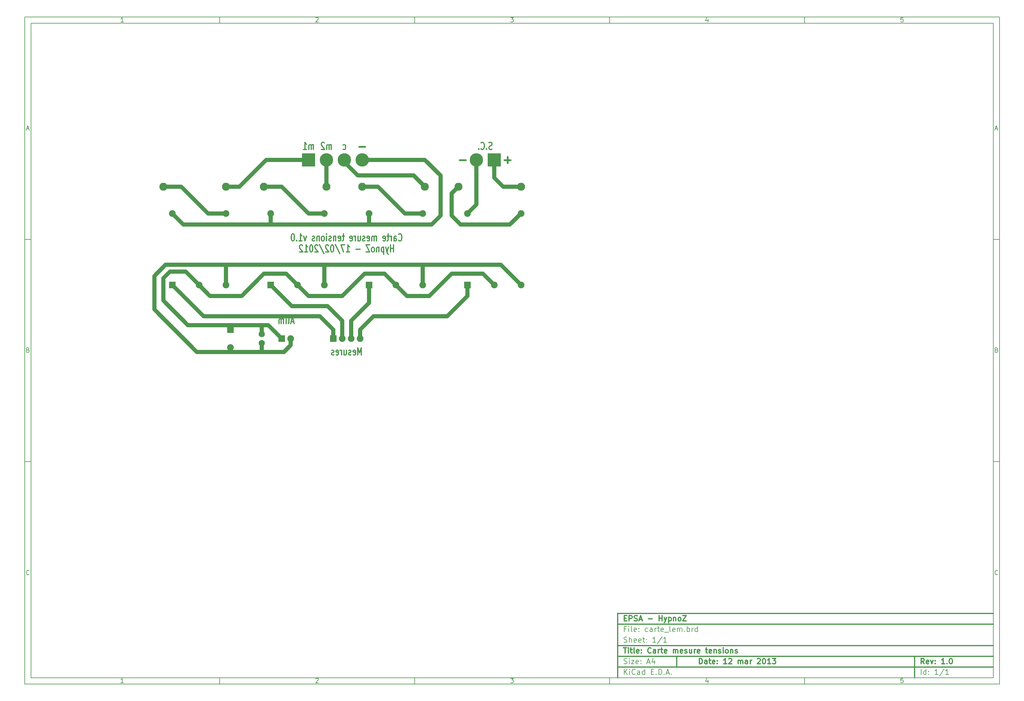
<source format=gbl>
G04 (created by PCBNEW-RS274X (2012-01-19 BZR 3256)-stable) date 12/03/2013 15:31:54*
G01*
G70*
G90*
%MOIN*%
G04 Gerber Fmt 3.4, Leading zero omitted, Abs format*
%FSLAX34Y34*%
G04 APERTURE LIST*
%ADD10C,0.006000*%
%ADD11C,0.012000*%
%ADD12C,0.020000*%
%ADD13R,0.075000X0.075000*%
%ADD14C,0.075000*%
%ADD15C,0.070000*%
%ADD16R,0.150000X0.150000*%
%ADD17C,0.150000*%
%ADD18C,0.090000*%
%ADD19C,0.045000*%
G04 APERTURE END LIST*
G54D10*
X04000Y-04000D02*
X113000Y-04000D01*
X113000Y-78670D01*
X04000Y-78670D01*
X04000Y-04000D01*
X04700Y-04700D02*
X112300Y-04700D01*
X112300Y-77970D01*
X04700Y-77970D01*
X04700Y-04700D01*
X25800Y-04000D02*
X25800Y-04700D01*
X15043Y-04552D02*
X14757Y-04552D01*
X14900Y-04552D02*
X14900Y-04052D01*
X14852Y-04124D01*
X14805Y-04171D01*
X14757Y-04195D01*
X25800Y-78670D02*
X25800Y-77970D01*
X15043Y-78522D02*
X14757Y-78522D01*
X14900Y-78522D02*
X14900Y-78022D01*
X14852Y-78094D01*
X14805Y-78141D01*
X14757Y-78165D01*
X47600Y-04000D02*
X47600Y-04700D01*
X36557Y-04100D02*
X36581Y-04076D01*
X36629Y-04052D01*
X36748Y-04052D01*
X36795Y-04076D01*
X36819Y-04100D01*
X36843Y-04148D01*
X36843Y-04195D01*
X36819Y-04267D01*
X36533Y-04552D01*
X36843Y-04552D01*
X47600Y-78670D02*
X47600Y-77970D01*
X36557Y-78070D02*
X36581Y-78046D01*
X36629Y-78022D01*
X36748Y-78022D01*
X36795Y-78046D01*
X36819Y-78070D01*
X36843Y-78118D01*
X36843Y-78165D01*
X36819Y-78237D01*
X36533Y-78522D01*
X36843Y-78522D01*
X69400Y-04000D02*
X69400Y-04700D01*
X58333Y-04052D02*
X58643Y-04052D01*
X58476Y-04243D01*
X58548Y-04243D01*
X58595Y-04267D01*
X58619Y-04290D01*
X58643Y-04338D01*
X58643Y-04457D01*
X58619Y-04505D01*
X58595Y-04529D01*
X58548Y-04552D01*
X58405Y-04552D01*
X58357Y-04529D01*
X58333Y-04505D01*
X69400Y-78670D02*
X69400Y-77970D01*
X58333Y-78022D02*
X58643Y-78022D01*
X58476Y-78213D01*
X58548Y-78213D01*
X58595Y-78237D01*
X58619Y-78260D01*
X58643Y-78308D01*
X58643Y-78427D01*
X58619Y-78475D01*
X58595Y-78499D01*
X58548Y-78522D01*
X58405Y-78522D01*
X58357Y-78499D01*
X58333Y-78475D01*
X91200Y-04000D02*
X91200Y-04700D01*
X80395Y-04219D02*
X80395Y-04552D01*
X80276Y-04029D02*
X80157Y-04386D01*
X80467Y-04386D01*
X91200Y-78670D02*
X91200Y-77970D01*
X80395Y-78189D02*
X80395Y-78522D01*
X80276Y-77999D02*
X80157Y-78356D01*
X80467Y-78356D01*
X102219Y-04052D02*
X101981Y-04052D01*
X101957Y-04290D01*
X101981Y-04267D01*
X102029Y-04243D01*
X102148Y-04243D01*
X102195Y-04267D01*
X102219Y-04290D01*
X102243Y-04338D01*
X102243Y-04457D01*
X102219Y-04505D01*
X102195Y-04529D01*
X102148Y-04552D01*
X102029Y-04552D01*
X101981Y-04529D01*
X101957Y-04505D01*
X102219Y-78022D02*
X101981Y-78022D01*
X101957Y-78260D01*
X101981Y-78237D01*
X102029Y-78213D01*
X102148Y-78213D01*
X102195Y-78237D01*
X102219Y-78260D01*
X102243Y-78308D01*
X102243Y-78427D01*
X102219Y-78475D01*
X102195Y-78499D01*
X102148Y-78522D01*
X102029Y-78522D01*
X101981Y-78499D01*
X101957Y-78475D01*
X04000Y-28890D02*
X04700Y-28890D01*
X04231Y-16510D02*
X04469Y-16510D01*
X04184Y-16652D02*
X04350Y-16152D01*
X04517Y-16652D01*
X113000Y-28890D02*
X112300Y-28890D01*
X112531Y-16510D02*
X112769Y-16510D01*
X112484Y-16652D02*
X112650Y-16152D01*
X112817Y-16652D01*
X04000Y-53780D02*
X04700Y-53780D01*
X04386Y-41280D02*
X04457Y-41304D01*
X04481Y-41328D01*
X04505Y-41376D01*
X04505Y-41447D01*
X04481Y-41495D01*
X04457Y-41519D01*
X04410Y-41542D01*
X04219Y-41542D01*
X04219Y-41042D01*
X04386Y-41042D01*
X04433Y-41066D01*
X04457Y-41090D01*
X04481Y-41138D01*
X04481Y-41185D01*
X04457Y-41233D01*
X04433Y-41257D01*
X04386Y-41280D01*
X04219Y-41280D01*
X113000Y-53780D02*
X112300Y-53780D01*
X112686Y-41280D02*
X112757Y-41304D01*
X112781Y-41328D01*
X112805Y-41376D01*
X112805Y-41447D01*
X112781Y-41495D01*
X112757Y-41519D01*
X112710Y-41542D01*
X112519Y-41542D01*
X112519Y-41042D01*
X112686Y-41042D01*
X112733Y-41066D01*
X112757Y-41090D01*
X112781Y-41138D01*
X112781Y-41185D01*
X112757Y-41233D01*
X112733Y-41257D01*
X112686Y-41280D01*
X112519Y-41280D01*
X04505Y-66385D02*
X04481Y-66409D01*
X04410Y-66432D01*
X04362Y-66432D01*
X04290Y-66409D01*
X04243Y-66361D01*
X04219Y-66313D01*
X04195Y-66218D01*
X04195Y-66147D01*
X04219Y-66051D01*
X04243Y-66004D01*
X04290Y-65956D01*
X04362Y-65932D01*
X04410Y-65932D01*
X04481Y-65956D01*
X04505Y-65980D01*
X112805Y-66385D02*
X112781Y-66409D01*
X112710Y-66432D01*
X112662Y-66432D01*
X112590Y-66409D01*
X112543Y-66361D01*
X112519Y-66313D01*
X112495Y-66218D01*
X112495Y-66147D01*
X112519Y-66051D01*
X112543Y-66004D01*
X112590Y-65956D01*
X112662Y-65932D01*
X112710Y-65932D01*
X112781Y-65956D01*
X112805Y-65980D01*
G54D11*
X79443Y-76413D02*
X79443Y-75813D01*
X79586Y-75813D01*
X79671Y-75841D01*
X79729Y-75899D01*
X79757Y-75956D01*
X79786Y-76070D01*
X79786Y-76156D01*
X79757Y-76270D01*
X79729Y-76327D01*
X79671Y-76384D01*
X79586Y-76413D01*
X79443Y-76413D01*
X80300Y-76413D02*
X80300Y-76099D01*
X80271Y-76041D01*
X80214Y-76013D01*
X80100Y-76013D01*
X80043Y-76041D01*
X80300Y-76384D02*
X80243Y-76413D01*
X80100Y-76413D01*
X80043Y-76384D01*
X80014Y-76327D01*
X80014Y-76270D01*
X80043Y-76213D01*
X80100Y-76184D01*
X80243Y-76184D01*
X80300Y-76156D01*
X80500Y-76013D02*
X80729Y-76013D01*
X80586Y-75813D02*
X80586Y-76327D01*
X80614Y-76384D01*
X80672Y-76413D01*
X80729Y-76413D01*
X81157Y-76384D02*
X81100Y-76413D01*
X80986Y-76413D01*
X80929Y-76384D01*
X80900Y-76327D01*
X80900Y-76099D01*
X80929Y-76041D01*
X80986Y-76013D01*
X81100Y-76013D01*
X81157Y-76041D01*
X81186Y-76099D01*
X81186Y-76156D01*
X80900Y-76213D01*
X81443Y-76356D02*
X81471Y-76384D01*
X81443Y-76413D01*
X81414Y-76384D01*
X81443Y-76356D01*
X81443Y-76413D01*
X81443Y-76041D02*
X81471Y-76070D01*
X81443Y-76099D01*
X81414Y-76070D01*
X81443Y-76041D01*
X81443Y-76099D01*
X82500Y-76413D02*
X82157Y-76413D01*
X82329Y-76413D02*
X82329Y-75813D01*
X82272Y-75899D01*
X82214Y-75956D01*
X82157Y-75984D01*
X82728Y-75870D02*
X82757Y-75841D01*
X82814Y-75813D01*
X82957Y-75813D01*
X83014Y-75841D01*
X83043Y-75870D01*
X83071Y-75927D01*
X83071Y-75984D01*
X83043Y-76070D01*
X82700Y-76413D01*
X83071Y-76413D01*
X83785Y-76413D02*
X83785Y-76013D01*
X83785Y-76070D02*
X83813Y-76041D01*
X83871Y-76013D01*
X83956Y-76013D01*
X84013Y-76041D01*
X84042Y-76099D01*
X84042Y-76413D01*
X84042Y-76099D02*
X84071Y-76041D01*
X84128Y-76013D01*
X84213Y-76013D01*
X84271Y-76041D01*
X84299Y-76099D01*
X84299Y-76413D01*
X84842Y-76413D02*
X84842Y-76099D01*
X84813Y-76041D01*
X84756Y-76013D01*
X84642Y-76013D01*
X84585Y-76041D01*
X84842Y-76384D02*
X84785Y-76413D01*
X84642Y-76413D01*
X84585Y-76384D01*
X84556Y-76327D01*
X84556Y-76270D01*
X84585Y-76213D01*
X84642Y-76184D01*
X84785Y-76184D01*
X84842Y-76156D01*
X85128Y-76413D02*
X85128Y-76013D01*
X85128Y-76127D02*
X85156Y-76070D01*
X85185Y-76041D01*
X85242Y-76013D01*
X85299Y-76013D01*
X85927Y-75870D02*
X85956Y-75841D01*
X86013Y-75813D01*
X86156Y-75813D01*
X86213Y-75841D01*
X86242Y-75870D01*
X86270Y-75927D01*
X86270Y-75984D01*
X86242Y-76070D01*
X85899Y-76413D01*
X86270Y-76413D01*
X86641Y-75813D02*
X86698Y-75813D01*
X86755Y-75841D01*
X86784Y-75870D01*
X86813Y-75927D01*
X86841Y-76041D01*
X86841Y-76184D01*
X86813Y-76299D01*
X86784Y-76356D01*
X86755Y-76384D01*
X86698Y-76413D01*
X86641Y-76413D01*
X86584Y-76384D01*
X86555Y-76356D01*
X86527Y-76299D01*
X86498Y-76184D01*
X86498Y-76041D01*
X86527Y-75927D01*
X86555Y-75870D01*
X86584Y-75841D01*
X86641Y-75813D01*
X87412Y-76413D02*
X87069Y-76413D01*
X87241Y-76413D02*
X87241Y-75813D01*
X87184Y-75899D01*
X87126Y-75956D01*
X87069Y-75984D01*
X87612Y-75813D02*
X87983Y-75813D01*
X87783Y-76041D01*
X87869Y-76041D01*
X87926Y-76070D01*
X87955Y-76099D01*
X87983Y-76156D01*
X87983Y-76299D01*
X87955Y-76356D01*
X87926Y-76384D01*
X87869Y-76413D01*
X87697Y-76413D01*
X87640Y-76384D01*
X87612Y-76356D01*
G54D10*
X71043Y-77613D02*
X71043Y-77013D01*
X71386Y-77613D02*
X71129Y-77270D01*
X71386Y-77013D02*
X71043Y-77356D01*
X71643Y-77613D02*
X71643Y-77213D01*
X71643Y-77013D02*
X71614Y-77041D01*
X71643Y-77070D01*
X71671Y-77041D01*
X71643Y-77013D01*
X71643Y-77070D01*
X72272Y-77556D02*
X72243Y-77584D01*
X72157Y-77613D01*
X72100Y-77613D01*
X72015Y-77584D01*
X71957Y-77527D01*
X71929Y-77470D01*
X71900Y-77356D01*
X71900Y-77270D01*
X71929Y-77156D01*
X71957Y-77099D01*
X72015Y-77041D01*
X72100Y-77013D01*
X72157Y-77013D01*
X72243Y-77041D01*
X72272Y-77070D01*
X72786Y-77613D02*
X72786Y-77299D01*
X72757Y-77241D01*
X72700Y-77213D01*
X72586Y-77213D01*
X72529Y-77241D01*
X72786Y-77584D02*
X72729Y-77613D01*
X72586Y-77613D01*
X72529Y-77584D01*
X72500Y-77527D01*
X72500Y-77470D01*
X72529Y-77413D01*
X72586Y-77384D01*
X72729Y-77384D01*
X72786Y-77356D01*
X73329Y-77613D02*
X73329Y-77013D01*
X73329Y-77584D02*
X73272Y-77613D01*
X73158Y-77613D01*
X73100Y-77584D01*
X73072Y-77556D01*
X73043Y-77499D01*
X73043Y-77327D01*
X73072Y-77270D01*
X73100Y-77241D01*
X73158Y-77213D01*
X73272Y-77213D01*
X73329Y-77241D01*
X74072Y-77299D02*
X74272Y-77299D01*
X74358Y-77613D02*
X74072Y-77613D01*
X74072Y-77013D01*
X74358Y-77013D01*
X74615Y-77556D02*
X74643Y-77584D01*
X74615Y-77613D01*
X74586Y-77584D01*
X74615Y-77556D01*
X74615Y-77613D01*
X74901Y-77613D02*
X74901Y-77013D01*
X75044Y-77013D01*
X75129Y-77041D01*
X75187Y-77099D01*
X75215Y-77156D01*
X75244Y-77270D01*
X75244Y-77356D01*
X75215Y-77470D01*
X75187Y-77527D01*
X75129Y-77584D01*
X75044Y-77613D01*
X74901Y-77613D01*
X75501Y-77556D02*
X75529Y-77584D01*
X75501Y-77613D01*
X75472Y-77584D01*
X75501Y-77556D01*
X75501Y-77613D01*
X75758Y-77441D02*
X76044Y-77441D01*
X75701Y-77613D02*
X75901Y-77013D01*
X76101Y-77613D01*
X76301Y-77556D02*
X76329Y-77584D01*
X76301Y-77613D01*
X76272Y-77584D01*
X76301Y-77556D01*
X76301Y-77613D01*
G54D11*
X104586Y-76413D02*
X104386Y-76127D01*
X104243Y-76413D02*
X104243Y-75813D01*
X104471Y-75813D01*
X104529Y-75841D01*
X104557Y-75870D01*
X104586Y-75927D01*
X104586Y-76013D01*
X104557Y-76070D01*
X104529Y-76099D01*
X104471Y-76127D01*
X104243Y-76127D01*
X105071Y-76384D02*
X105014Y-76413D01*
X104900Y-76413D01*
X104843Y-76384D01*
X104814Y-76327D01*
X104814Y-76099D01*
X104843Y-76041D01*
X104900Y-76013D01*
X105014Y-76013D01*
X105071Y-76041D01*
X105100Y-76099D01*
X105100Y-76156D01*
X104814Y-76213D01*
X105300Y-76013D02*
X105443Y-76413D01*
X105585Y-76013D01*
X105814Y-76356D02*
X105842Y-76384D01*
X105814Y-76413D01*
X105785Y-76384D01*
X105814Y-76356D01*
X105814Y-76413D01*
X105814Y-76041D02*
X105842Y-76070D01*
X105814Y-76099D01*
X105785Y-76070D01*
X105814Y-76041D01*
X105814Y-76099D01*
X106871Y-76413D02*
X106528Y-76413D01*
X106700Y-76413D02*
X106700Y-75813D01*
X106643Y-75899D01*
X106585Y-75956D01*
X106528Y-75984D01*
X107128Y-76356D02*
X107156Y-76384D01*
X107128Y-76413D01*
X107099Y-76384D01*
X107128Y-76356D01*
X107128Y-76413D01*
X107528Y-75813D02*
X107585Y-75813D01*
X107642Y-75841D01*
X107671Y-75870D01*
X107700Y-75927D01*
X107728Y-76041D01*
X107728Y-76184D01*
X107700Y-76299D01*
X107671Y-76356D01*
X107642Y-76384D01*
X107585Y-76413D01*
X107528Y-76413D01*
X107471Y-76384D01*
X107442Y-76356D01*
X107414Y-76299D01*
X107385Y-76184D01*
X107385Y-76041D01*
X107414Y-75927D01*
X107442Y-75870D01*
X107471Y-75841D01*
X107528Y-75813D01*
G54D10*
X71014Y-76384D02*
X71100Y-76413D01*
X71243Y-76413D01*
X71300Y-76384D01*
X71329Y-76356D01*
X71357Y-76299D01*
X71357Y-76241D01*
X71329Y-76184D01*
X71300Y-76156D01*
X71243Y-76127D01*
X71129Y-76099D01*
X71071Y-76070D01*
X71043Y-76041D01*
X71014Y-75984D01*
X71014Y-75927D01*
X71043Y-75870D01*
X71071Y-75841D01*
X71129Y-75813D01*
X71271Y-75813D01*
X71357Y-75841D01*
X71614Y-76413D02*
X71614Y-76013D01*
X71614Y-75813D02*
X71585Y-75841D01*
X71614Y-75870D01*
X71642Y-75841D01*
X71614Y-75813D01*
X71614Y-75870D01*
X71843Y-76013D02*
X72157Y-76013D01*
X71843Y-76413D01*
X72157Y-76413D01*
X72614Y-76384D02*
X72557Y-76413D01*
X72443Y-76413D01*
X72386Y-76384D01*
X72357Y-76327D01*
X72357Y-76099D01*
X72386Y-76041D01*
X72443Y-76013D01*
X72557Y-76013D01*
X72614Y-76041D01*
X72643Y-76099D01*
X72643Y-76156D01*
X72357Y-76213D01*
X72900Y-76356D02*
X72928Y-76384D01*
X72900Y-76413D01*
X72871Y-76384D01*
X72900Y-76356D01*
X72900Y-76413D01*
X72900Y-76041D02*
X72928Y-76070D01*
X72900Y-76099D01*
X72871Y-76070D01*
X72900Y-76041D01*
X72900Y-76099D01*
X73614Y-76241D02*
X73900Y-76241D01*
X73557Y-76413D02*
X73757Y-75813D01*
X73957Y-76413D01*
X74414Y-76013D02*
X74414Y-76413D01*
X74271Y-75784D02*
X74128Y-76213D01*
X74500Y-76213D01*
X104243Y-77613D02*
X104243Y-77013D01*
X104786Y-77613D02*
X104786Y-77013D01*
X104786Y-77584D02*
X104729Y-77613D01*
X104615Y-77613D01*
X104557Y-77584D01*
X104529Y-77556D01*
X104500Y-77499D01*
X104500Y-77327D01*
X104529Y-77270D01*
X104557Y-77241D01*
X104615Y-77213D01*
X104729Y-77213D01*
X104786Y-77241D01*
X105072Y-77556D02*
X105100Y-77584D01*
X105072Y-77613D01*
X105043Y-77584D01*
X105072Y-77556D01*
X105072Y-77613D01*
X105072Y-77241D02*
X105100Y-77270D01*
X105072Y-77299D01*
X105043Y-77270D01*
X105072Y-77241D01*
X105072Y-77299D01*
X106129Y-77613D02*
X105786Y-77613D01*
X105958Y-77613D02*
X105958Y-77013D01*
X105901Y-77099D01*
X105843Y-77156D01*
X105786Y-77184D01*
X106814Y-76984D02*
X106300Y-77756D01*
X107329Y-77613D02*
X106986Y-77613D01*
X107158Y-77613D02*
X107158Y-77013D01*
X107101Y-77099D01*
X107043Y-77156D01*
X106986Y-77184D01*
G54D11*
X70957Y-74613D02*
X71300Y-74613D01*
X71129Y-75213D02*
X71129Y-74613D01*
X71500Y-75213D02*
X71500Y-74813D01*
X71500Y-74613D02*
X71471Y-74641D01*
X71500Y-74670D01*
X71528Y-74641D01*
X71500Y-74613D01*
X71500Y-74670D01*
X71700Y-74813D02*
X71929Y-74813D01*
X71786Y-74613D02*
X71786Y-75127D01*
X71814Y-75184D01*
X71872Y-75213D01*
X71929Y-75213D01*
X72215Y-75213D02*
X72157Y-75184D01*
X72129Y-75127D01*
X72129Y-74613D01*
X72671Y-75184D02*
X72614Y-75213D01*
X72500Y-75213D01*
X72443Y-75184D01*
X72414Y-75127D01*
X72414Y-74899D01*
X72443Y-74841D01*
X72500Y-74813D01*
X72614Y-74813D01*
X72671Y-74841D01*
X72700Y-74899D01*
X72700Y-74956D01*
X72414Y-75013D01*
X72957Y-75156D02*
X72985Y-75184D01*
X72957Y-75213D01*
X72928Y-75184D01*
X72957Y-75156D01*
X72957Y-75213D01*
X72957Y-74841D02*
X72985Y-74870D01*
X72957Y-74899D01*
X72928Y-74870D01*
X72957Y-74841D01*
X72957Y-74899D01*
X74043Y-75156D02*
X74014Y-75184D01*
X73928Y-75213D01*
X73871Y-75213D01*
X73786Y-75184D01*
X73728Y-75127D01*
X73700Y-75070D01*
X73671Y-74956D01*
X73671Y-74870D01*
X73700Y-74756D01*
X73728Y-74699D01*
X73786Y-74641D01*
X73871Y-74613D01*
X73928Y-74613D01*
X74014Y-74641D01*
X74043Y-74670D01*
X74557Y-75213D02*
X74557Y-74899D01*
X74528Y-74841D01*
X74471Y-74813D01*
X74357Y-74813D01*
X74300Y-74841D01*
X74557Y-75184D02*
X74500Y-75213D01*
X74357Y-75213D01*
X74300Y-75184D01*
X74271Y-75127D01*
X74271Y-75070D01*
X74300Y-75013D01*
X74357Y-74984D01*
X74500Y-74984D01*
X74557Y-74956D01*
X74843Y-75213D02*
X74843Y-74813D01*
X74843Y-74927D02*
X74871Y-74870D01*
X74900Y-74841D01*
X74957Y-74813D01*
X75014Y-74813D01*
X75128Y-74813D02*
X75357Y-74813D01*
X75214Y-74613D02*
X75214Y-75127D01*
X75242Y-75184D01*
X75300Y-75213D01*
X75357Y-75213D01*
X75785Y-75184D02*
X75728Y-75213D01*
X75614Y-75213D01*
X75557Y-75184D01*
X75528Y-75127D01*
X75528Y-74899D01*
X75557Y-74841D01*
X75614Y-74813D01*
X75728Y-74813D01*
X75785Y-74841D01*
X75814Y-74899D01*
X75814Y-74956D01*
X75528Y-75013D01*
X76528Y-75213D02*
X76528Y-74813D01*
X76528Y-74870D02*
X76556Y-74841D01*
X76614Y-74813D01*
X76699Y-74813D01*
X76756Y-74841D01*
X76785Y-74899D01*
X76785Y-75213D01*
X76785Y-74899D02*
X76814Y-74841D01*
X76871Y-74813D01*
X76956Y-74813D01*
X77014Y-74841D01*
X77042Y-74899D01*
X77042Y-75213D01*
X77556Y-75184D02*
X77499Y-75213D01*
X77385Y-75213D01*
X77328Y-75184D01*
X77299Y-75127D01*
X77299Y-74899D01*
X77328Y-74841D01*
X77385Y-74813D01*
X77499Y-74813D01*
X77556Y-74841D01*
X77585Y-74899D01*
X77585Y-74956D01*
X77299Y-75013D01*
X77813Y-75184D02*
X77870Y-75213D01*
X77985Y-75213D01*
X78042Y-75184D01*
X78070Y-75127D01*
X78070Y-75099D01*
X78042Y-75041D01*
X77985Y-75013D01*
X77899Y-75013D01*
X77842Y-74984D01*
X77813Y-74927D01*
X77813Y-74899D01*
X77842Y-74841D01*
X77899Y-74813D01*
X77985Y-74813D01*
X78042Y-74841D01*
X78585Y-74813D02*
X78585Y-75213D01*
X78328Y-74813D02*
X78328Y-75127D01*
X78356Y-75184D01*
X78414Y-75213D01*
X78499Y-75213D01*
X78556Y-75184D01*
X78585Y-75156D01*
X78871Y-75213D02*
X78871Y-74813D01*
X78871Y-74927D02*
X78899Y-74870D01*
X78928Y-74841D01*
X78985Y-74813D01*
X79042Y-74813D01*
X79470Y-75184D02*
X79413Y-75213D01*
X79299Y-75213D01*
X79242Y-75184D01*
X79213Y-75127D01*
X79213Y-74899D01*
X79242Y-74841D01*
X79299Y-74813D01*
X79413Y-74813D01*
X79470Y-74841D01*
X79499Y-74899D01*
X79499Y-74956D01*
X79213Y-75013D01*
X80127Y-74813D02*
X80356Y-74813D01*
X80213Y-74613D02*
X80213Y-75127D01*
X80241Y-75184D01*
X80299Y-75213D01*
X80356Y-75213D01*
X80784Y-75184D02*
X80727Y-75213D01*
X80613Y-75213D01*
X80556Y-75184D01*
X80527Y-75127D01*
X80527Y-74899D01*
X80556Y-74841D01*
X80613Y-74813D01*
X80727Y-74813D01*
X80784Y-74841D01*
X80813Y-74899D01*
X80813Y-74956D01*
X80527Y-75013D01*
X81070Y-74813D02*
X81070Y-75213D01*
X81070Y-74870D02*
X81098Y-74841D01*
X81156Y-74813D01*
X81241Y-74813D01*
X81298Y-74841D01*
X81327Y-74899D01*
X81327Y-75213D01*
X81584Y-75184D02*
X81641Y-75213D01*
X81756Y-75213D01*
X81813Y-75184D01*
X81841Y-75127D01*
X81841Y-75099D01*
X81813Y-75041D01*
X81756Y-75013D01*
X81670Y-75013D01*
X81613Y-74984D01*
X81584Y-74927D01*
X81584Y-74899D01*
X81613Y-74841D01*
X81670Y-74813D01*
X81756Y-74813D01*
X81813Y-74841D01*
X82099Y-75213D02*
X82099Y-74813D01*
X82099Y-74613D02*
X82070Y-74641D01*
X82099Y-74670D01*
X82127Y-74641D01*
X82099Y-74613D01*
X82099Y-74670D01*
X82471Y-75213D02*
X82413Y-75184D01*
X82385Y-75156D01*
X82356Y-75099D01*
X82356Y-74927D01*
X82385Y-74870D01*
X82413Y-74841D01*
X82471Y-74813D01*
X82556Y-74813D01*
X82613Y-74841D01*
X82642Y-74870D01*
X82671Y-74927D01*
X82671Y-75099D01*
X82642Y-75156D01*
X82613Y-75184D01*
X82556Y-75213D01*
X82471Y-75213D01*
X82928Y-74813D02*
X82928Y-75213D01*
X82928Y-74870D02*
X82956Y-74841D01*
X83014Y-74813D01*
X83099Y-74813D01*
X83156Y-74841D01*
X83185Y-74899D01*
X83185Y-75213D01*
X83442Y-75184D02*
X83499Y-75213D01*
X83614Y-75213D01*
X83671Y-75184D01*
X83699Y-75127D01*
X83699Y-75099D01*
X83671Y-75041D01*
X83614Y-75013D01*
X83528Y-75013D01*
X83471Y-74984D01*
X83442Y-74927D01*
X83442Y-74899D01*
X83471Y-74841D01*
X83528Y-74813D01*
X83614Y-74813D01*
X83671Y-74841D01*
G54D10*
X71243Y-72499D02*
X71043Y-72499D01*
X71043Y-72813D02*
X71043Y-72213D01*
X71329Y-72213D01*
X71557Y-72813D02*
X71557Y-72413D01*
X71557Y-72213D02*
X71528Y-72241D01*
X71557Y-72270D01*
X71585Y-72241D01*
X71557Y-72213D01*
X71557Y-72270D01*
X71929Y-72813D02*
X71871Y-72784D01*
X71843Y-72727D01*
X71843Y-72213D01*
X72385Y-72784D02*
X72328Y-72813D01*
X72214Y-72813D01*
X72157Y-72784D01*
X72128Y-72727D01*
X72128Y-72499D01*
X72157Y-72441D01*
X72214Y-72413D01*
X72328Y-72413D01*
X72385Y-72441D01*
X72414Y-72499D01*
X72414Y-72556D01*
X72128Y-72613D01*
X72671Y-72756D02*
X72699Y-72784D01*
X72671Y-72813D01*
X72642Y-72784D01*
X72671Y-72756D01*
X72671Y-72813D01*
X72671Y-72441D02*
X72699Y-72470D01*
X72671Y-72499D01*
X72642Y-72470D01*
X72671Y-72441D01*
X72671Y-72499D01*
X73671Y-72784D02*
X73614Y-72813D01*
X73500Y-72813D01*
X73442Y-72784D01*
X73414Y-72756D01*
X73385Y-72699D01*
X73385Y-72527D01*
X73414Y-72470D01*
X73442Y-72441D01*
X73500Y-72413D01*
X73614Y-72413D01*
X73671Y-72441D01*
X74185Y-72813D02*
X74185Y-72499D01*
X74156Y-72441D01*
X74099Y-72413D01*
X73985Y-72413D01*
X73928Y-72441D01*
X74185Y-72784D02*
X74128Y-72813D01*
X73985Y-72813D01*
X73928Y-72784D01*
X73899Y-72727D01*
X73899Y-72670D01*
X73928Y-72613D01*
X73985Y-72584D01*
X74128Y-72584D01*
X74185Y-72556D01*
X74471Y-72813D02*
X74471Y-72413D01*
X74471Y-72527D02*
X74499Y-72470D01*
X74528Y-72441D01*
X74585Y-72413D01*
X74642Y-72413D01*
X74756Y-72413D02*
X74985Y-72413D01*
X74842Y-72213D02*
X74842Y-72727D01*
X74870Y-72784D01*
X74928Y-72813D01*
X74985Y-72813D01*
X75413Y-72784D02*
X75356Y-72813D01*
X75242Y-72813D01*
X75185Y-72784D01*
X75156Y-72727D01*
X75156Y-72499D01*
X75185Y-72441D01*
X75242Y-72413D01*
X75356Y-72413D01*
X75413Y-72441D01*
X75442Y-72499D01*
X75442Y-72556D01*
X75156Y-72613D01*
X75556Y-72870D02*
X76013Y-72870D01*
X76242Y-72813D02*
X76184Y-72784D01*
X76156Y-72727D01*
X76156Y-72213D01*
X76698Y-72784D02*
X76641Y-72813D01*
X76527Y-72813D01*
X76470Y-72784D01*
X76441Y-72727D01*
X76441Y-72499D01*
X76470Y-72441D01*
X76527Y-72413D01*
X76641Y-72413D01*
X76698Y-72441D01*
X76727Y-72499D01*
X76727Y-72556D01*
X76441Y-72613D01*
X76984Y-72813D02*
X76984Y-72413D01*
X76984Y-72470D02*
X77012Y-72441D01*
X77070Y-72413D01*
X77155Y-72413D01*
X77212Y-72441D01*
X77241Y-72499D01*
X77241Y-72813D01*
X77241Y-72499D02*
X77270Y-72441D01*
X77327Y-72413D01*
X77412Y-72413D01*
X77470Y-72441D01*
X77498Y-72499D01*
X77498Y-72813D01*
X77784Y-72756D02*
X77812Y-72784D01*
X77784Y-72813D01*
X77755Y-72784D01*
X77784Y-72756D01*
X77784Y-72813D01*
X78070Y-72813D02*
X78070Y-72213D01*
X78070Y-72441D02*
X78127Y-72413D01*
X78241Y-72413D01*
X78298Y-72441D01*
X78327Y-72470D01*
X78356Y-72527D01*
X78356Y-72699D01*
X78327Y-72756D01*
X78298Y-72784D01*
X78241Y-72813D01*
X78127Y-72813D01*
X78070Y-72784D01*
X78613Y-72813D02*
X78613Y-72413D01*
X78613Y-72527D02*
X78641Y-72470D01*
X78670Y-72441D01*
X78727Y-72413D01*
X78784Y-72413D01*
X79241Y-72813D02*
X79241Y-72213D01*
X79241Y-72784D02*
X79184Y-72813D01*
X79070Y-72813D01*
X79012Y-72784D01*
X78984Y-72756D01*
X78955Y-72699D01*
X78955Y-72527D01*
X78984Y-72470D01*
X79012Y-72441D01*
X79070Y-72413D01*
X79184Y-72413D01*
X79241Y-72441D01*
X71014Y-73984D02*
X71100Y-74013D01*
X71243Y-74013D01*
X71300Y-73984D01*
X71329Y-73956D01*
X71357Y-73899D01*
X71357Y-73841D01*
X71329Y-73784D01*
X71300Y-73756D01*
X71243Y-73727D01*
X71129Y-73699D01*
X71071Y-73670D01*
X71043Y-73641D01*
X71014Y-73584D01*
X71014Y-73527D01*
X71043Y-73470D01*
X71071Y-73441D01*
X71129Y-73413D01*
X71271Y-73413D01*
X71357Y-73441D01*
X71614Y-74013D02*
X71614Y-73413D01*
X71871Y-74013D02*
X71871Y-73699D01*
X71842Y-73641D01*
X71785Y-73613D01*
X71700Y-73613D01*
X71642Y-73641D01*
X71614Y-73670D01*
X72385Y-73984D02*
X72328Y-74013D01*
X72214Y-74013D01*
X72157Y-73984D01*
X72128Y-73927D01*
X72128Y-73699D01*
X72157Y-73641D01*
X72214Y-73613D01*
X72328Y-73613D01*
X72385Y-73641D01*
X72414Y-73699D01*
X72414Y-73756D01*
X72128Y-73813D01*
X72899Y-73984D02*
X72842Y-74013D01*
X72728Y-74013D01*
X72671Y-73984D01*
X72642Y-73927D01*
X72642Y-73699D01*
X72671Y-73641D01*
X72728Y-73613D01*
X72842Y-73613D01*
X72899Y-73641D01*
X72928Y-73699D01*
X72928Y-73756D01*
X72642Y-73813D01*
X73099Y-73613D02*
X73328Y-73613D01*
X73185Y-73413D02*
X73185Y-73927D01*
X73213Y-73984D01*
X73271Y-74013D01*
X73328Y-74013D01*
X73528Y-73956D02*
X73556Y-73984D01*
X73528Y-74013D01*
X73499Y-73984D01*
X73528Y-73956D01*
X73528Y-74013D01*
X73528Y-73641D02*
X73556Y-73670D01*
X73528Y-73699D01*
X73499Y-73670D01*
X73528Y-73641D01*
X73528Y-73699D01*
X74585Y-74013D02*
X74242Y-74013D01*
X74414Y-74013D02*
X74414Y-73413D01*
X74357Y-73499D01*
X74299Y-73556D01*
X74242Y-73584D01*
X75270Y-73384D02*
X74756Y-74156D01*
X75785Y-74013D02*
X75442Y-74013D01*
X75614Y-74013D02*
X75614Y-73413D01*
X75557Y-73499D01*
X75499Y-73556D01*
X75442Y-73584D01*
G54D11*
X71043Y-71299D02*
X71243Y-71299D01*
X71329Y-71613D02*
X71043Y-71613D01*
X71043Y-71013D01*
X71329Y-71013D01*
X71586Y-71613D02*
X71586Y-71013D01*
X71814Y-71013D01*
X71872Y-71041D01*
X71900Y-71070D01*
X71929Y-71127D01*
X71929Y-71213D01*
X71900Y-71270D01*
X71872Y-71299D01*
X71814Y-71327D01*
X71586Y-71327D01*
X72157Y-71584D02*
X72243Y-71613D01*
X72386Y-71613D01*
X72443Y-71584D01*
X72472Y-71556D01*
X72500Y-71499D01*
X72500Y-71441D01*
X72472Y-71384D01*
X72443Y-71356D01*
X72386Y-71327D01*
X72272Y-71299D01*
X72214Y-71270D01*
X72186Y-71241D01*
X72157Y-71184D01*
X72157Y-71127D01*
X72186Y-71070D01*
X72214Y-71041D01*
X72272Y-71013D01*
X72414Y-71013D01*
X72500Y-71041D01*
X72728Y-71441D02*
X73014Y-71441D01*
X72671Y-71613D02*
X72871Y-71013D01*
X73071Y-71613D01*
X73728Y-71384D02*
X74185Y-71384D01*
X74928Y-71613D02*
X74928Y-71013D01*
X74928Y-71299D02*
X75271Y-71299D01*
X75271Y-71613D02*
X75271Y-71013D01*
X75500Y-71213D02*
X75643Y-71613D01*
X75785Y-71213D02*
X75643Y-71613D01*
X75585Y-71756D01*
X75557Y-71784D01*
X75500Y-71813D01*
X76014Y-71213D02*
X76014Y-71813D01*
X76014Y-71241D02*
X76071Y-71213D01*
X76185Y-71213D01*
X76242Y-71241D01*
X76271Y-71270D01*
X76300Y-71327D01*
X76300Y-71499D01*
X76271Y-71556D01*
X76242Y-71584D01*
X76185Y-71613D01*
X76071Y-71613D01*
X76014Y-71584D01*
X76557Y-71213D02*
X76557Y-71613D01*
X76557Y-71270D02*
X76585Y-71241D01*
X76643Y-71213D01*
X76728Y-71213D01*
X76785Y-71241D01*
X76814Y-71299D01*
X76814Y-71613D01*
X77186Y-71613D02*
X77128Y-71584D01*
X77100Y-71556D01*
X77071Y-71499D01*
X77071Y-71327D01*
X77100Y-71270D01*
X77128Y-71241D01*
X77186Y-71213D01*
X77271Y-71213D01*
X77328Y-71241D01*
X77357Y-71270D01*
X77386Y-71327D01*
X77386Y-71499D01*
X77357Y-71556D01*
X77328Y-71584D01*
X77271Y-71613D01*
X77186Y-71613D01*
X77586Y-71013D02*
X77986Y-71013D01*
X77586Y-71613D01*
X77986Y-71613D01*
X70300Y-70770D02*
X70300Y-77970D01*
X70300Y-71970D02*
X112300Y-71970D01*
X70300Y-70770D02*
X112300Y-70770D01*
X70300Y-74370D02*
X112300Y-74370D01*
X103500Y-75570D02*
X103500Y-77970D01*
X70300Y-76770D02*
X112300Y-76770D01*
X70300Y-75570D02*
X112300Y-75570D01*
X76900Y-75570D02*
X76900Y-76770D01*
G54D12*
X53343Y-20021D02*
X52657Y-20021D01*
X42093Y-18521D02*
X41407Y-18521D01*
X58343Y-20021D02*
X57657Y-20021D01*
X58000Y-20364D02*
X58000Y-19679D01*
G54D11*
X56257Y-18786D02*
X56171Y-18824D01*
X56028Y-18824D01*
X55971Y-18786D01*
X55942Y-18748D01*
X55914Y-18671D01*
X55914Y-18595D01*
X55942Y-18519D01*
X55971Y-18481D01*
X56028Y-18443D01*
X56142Y-18405D01*
X56200Y-18367D01*
X56228Y-18329D01*
X56257Y-18252D01*
X56257Y-18176D01*
X56228Y-18100D01*
X56200Y-18062D01*
X56142Y-18024D01*
X56000Y-18024D01*
X55914Y-18062D01*
X55657Y-18748D02*
X55629Y-18786D01*
X55657Y-18824D01*
X55686Y-18786D01*
X55657Y-18748D01*
X55657Y-18824D01*
X55028Y-18748D02*
X55057Y-18786D01*
X55143Y-18824D01*
X55200Y-18824D01*
X55285Y-18786D01*
X55343Y-18710D01*
X55371Y-18633D01*
X55400Y-18481D01*
X55400Y-18367D01*
X55371Y-18214D01*
X55343Y-18138D01*
X55285Y-18062D01*
X55200Y-18024D01*
X55143Y-18024D01*
X55057Y-18062D01*
X55028Y-18100D01*
X54771Y-18748D02*
X54743Y-18786D01*
X54771Y-18824D01*
X54800Y-18786D01*
X54771Y-18748D01*
X54771Y-18824D01*
X39607Y-18786D02*
X39664Y-18824D01*
X39778Y-18824D01*
X39836Y-18786D01*
X39864Y-18748D01*
X39893Y-18671D01*
X39893Y-18443D01*
X39864Y-18367D01*
X39836Y-18329D01*
X39778Y-18290D01*
X39664Y-18290D01*
X39607Y-18329D01*
X38292Y-18824D02*
X38292Y-18290D01*
X38292Y-18367D02*
X38264Y-18329D01*
X38206Y-18290D01*
X38121Y-18290D01*
X38064Y-18329D01*
X38035Y-18405D01*
X38035Y-18824D01*
X38035Y-18405D02*
X38006Y-18329D01*
X37949Y-18290D01*
X37864Y-18290D01*
X37806Y-18329D01*
X37778Y-18405D01*
X37778Y-18824D01*
X37521Y-18100D02*
X37492Y-18062D01*
X37435Y-18024D01*
X37292Y-18024D01*
X37235Y-18062D01*
X37206Y-18100D01*
X37178Y-18176D01*
X37178Y-18252D01*
X37206Y-18367D01*
X37549Y-18824D01*
X37178Y-18824D01*
X36292Y-18824D02*
X36292Y-18290D01*
X36292Y-18367D02*
X36264Y-18329D01*
X36206Y-18290D01*
X36121Y-18290D01*
X36064Y-18329D01*
X36035Y-18405D01*
X36035Y-18824D01*
X36035Y-18405D02*
X36006Y-18329D01*
X35949Y-18290D01*
X35864Y-18290D01*
X35806Y-18329D01*
X35778Y-18405D01*
X35778Y-18824D01*
X35178Y-18824D02*
X35521Y-18824D01*
X35349Y-18824D02*
X35349Y-18024D01*
X35406Y-18138D01*
X35464Y-18214D01*
X35521Y-18252D01*
X34093Y-38095D02*
X33807Y-38095D01*
X34150Y-38324D02*
X33950Y-37524D01*
X33750Y-38324D01*
X33464Y-38324D02*
X33522Y-38286D01*
X33550Y-38210D01*
X33550Y-37524D01*
X33236Y-38324D02*
X33236Y-37790D01*
X33236Y-37524D02*
X33265Y-37562D01*
X33236Y-37600D01*
X33208Y-37562D01*
X33236Y-37524D01*
X33236Y-37600D01*
X32950Y-38324D02*
X32950Y-37790D01*
X32950Y-37867D02*
X32922Y-37829D01*
X32864Y-37790D01*
X32779Y-37790D01*
X32722Y-37829D01*
X32693Y-37905D01*
X32693Y-38324D01*
X32693Y-37905D02*
X32664Y-37829D01*
X32607Y-37790D01*
X32522Y-37790D01*
X32464Y-37829D01*
X32436Y-37905D01*
X32436Y-38324D01*
X45813Y-28998D02*
X45842Y-29036D01*
X45928Y-29074D01*
X45985Y-29074D01*
X46070Y-29036D01*
X46128Y-28960D01*
X46156Y-28883D01*
X46185Y-28731D01*
X46185Y-28617D01*
X46156Y-28464D01*
X46128Y-28388D01*
X46070Y-28312D01*
X45985Y-28274D01*
X45928Y-28274D01*
X45842Y-28312D01*
X45813Y-28350D01*
X45299Y-29074D02*
X45299Y-28655D01*
X45328Y-28579D01*
X45385Y-28540D01*
X45499Y-28540D01*
X45556Y-28579D01*
X45299Y-29036D02*
X45356Y-29074D01*
X45499Y-29074D01*
X45556Y-29036D01*
X45585Y-28960D01*
X45585Y-28883D01*
X45556Y-28807D01*
X45499Y-28769D01*
X45356Y-28769D01*
X45299Y-28731D01*
X45013Y-29074D02*
X45013Y-28540D01*
X45013Y-28693D02*
X44985Y-28617D01*
X44956Y-28579D01*
X44899Y-28540D01*
X44842Y-28540D01*
X44728Y-28540D02*
X44499Y-28540D01*
X44642Y-28274D02*
X44642Y-28960D01*
X44614Y-29036D01*
X44556Y-29074D01*
X44499Y-29074D01*
X44071Y-29036D02*
X44128Y-29074D01*
X44242Y-29074D01*
X44299Y-29036D01*
X44328Y-28960D01*
X44328Y-28655D01*
X44299Y-28579D01*
X44242Y-28540D01*
X44128Y-28540D01*
X44071Y-28579D01*
X44042Y-28655D01*
X44042Y-28731D01*
X44328Y-28807D01*
X43328Y-29074D02*
X43328Y-28540D01*
X43328Y-28617D02*
X43300Y-28579D01*
X43242Y-28540D01*
X43157Y-28540D01*
X43100Y-28579D01*
X43071Y-28655D01*
X43071Y-29074D01*
X43071Y-28655D02*
X43042Y-28579D01*
X42985Y-28540D01*
X42900Y-28540D01*
X42842Y-28579D01*
X42814Y-28655D01*
X42814Y-29074D01*
X42300Y-29036D02*
X42357Y-29074D01*
X42471Y-29074D01*
X42528Y-29036D01*
X42557Y-28960D01*
X42557Y-28655D01*
X42528Y-28579D01*
X42471Y-28540D01*
X42357Y-28540D01*
X42300Y-28579D01*
X42271Y-28655D01*
X42271Y-28731D01*
X42557Y-28807D01*
X42043Y-29036D02*
X41986Y-29074D01*
X41871Y-29074D01*
X41814Y-29036D01*
X41786Y-28960D01*
X41786Y-28921D01*
X41814Y-28845D01*
X41871Y-28807D01*
X41957Y-28807D01*
X42014Y-28769D01*
X42043Y-28693D01*
X42043Y-28655D01*
X42014Y-28579D01*
X41957Y-28540D01*
X41871Y-28540D01*
X41814Y-28579D01*
X41271Y-28540D02*
X41271Y-29074D01*
X41528Y-28540D02*
X41528Y-28960D01*
X41500Y-29036D01*
X41442Y-29074D01*
X41357Y-29074D01*
X41300Y-29036D01*
X41271Y-28998D01*
X40985Y-29074D02*
X40985Y-28540D01*
X40985Y-28693D02*
X40957Y-28617D01*
X40928Y-28579D01*
X40871Y-28540D01*
X40814Y-28540D01*
X40386Y-29036D02*
X40443Y-29074D01*
X40557Y-29074D01*
X40614Y-29036D01*
X40643Y-28960D01*
X40643Y-28655D01*
X40614Y-28579D01*
X40557Y-28540D01*
X40443Y-28540D01*
X40386Y-28579D01*
X40357Y-28655D01*
X40357Y-28731D01*
X40643Y-28807D01*
X39729Y-28540D02*
X39500Y-28540D01*
X39643Y-28274D02*
X39643Y-28960D01*
X39615Y-29036D01*
X39557Y-29074D01*
X39500Y-29074D01*
X39072Y-29036D02*
X39129Y-29074D01*
X39243Y-29074D01*
X39300Y-29036D01*
X39329Y-28960D01*
X39329Y-28655D01*
X39300Y-28579D01*
X39243Y-28540D01*
X39129Y-28540D01*
X39072Y-28579D01*
X39043Y-28655D01*
X39043Y-28731D01*
X39329Y-28807D01*
X38786Y-28540D02*
X38786Y-29074D01*
X38786Y-28617D02*
X38758Y-28579D01*
X38700Y-28540D01*
X38615Y-28540D01*
X38558Y-28579D01*
X38529Y-28655D01*
X38529Y-29074D01*
X38272Y-29036D02*
X38215Y-29074D01*
X38100Y-29074D01*
X38043Y-29036D01*
X38015Y-28960D01*
X38015Y-28921D01*
X38043Y-28845D01*
X38100Y-28807D01*
X38186Y-28807D01*
X38243Y-28769D01*
X38272Y-28693D01*
X38272Y-28655D01*
X38243Y-28579D01*
X38186Y-28540D01*
X38100Y-28540D01*
X38043Y-28579D01*
X37757Y-29074D02*
X37757Y-28540D01*
X37757Y-28274D02*
X37786Y-28312D01*
X37757Y-28350D01*
X37729Y-28312D01*
X37757Y-28274D01*
X37757Y-28350D01*
X37385Y-29074D02*
X37443Y-29036D01*
X37471Y-28998D01*
X37500Y-28921D01*
X37500Y-28693D01*
X37471Y-28617D01*
X37443Y-28579D01*
X37385Y-28540D01*
X37300Y-28540D01*
X37243Y-28579D01*
X37214Y-28617D01*
X37185Y-28693D01*
X37185Y-28921D01*
X37214Y-28998D01*
X37243Y-29036D01*
X37300Y-29074D01*
X37385Y-29074D01*
X36928Y-28540D02*
X36928Y-29074D01*
X36928Y-28617D02*
X36900Y-28579D01*
X36842Y-28540D01*
X36757Y-28540D01*
X36700Y-28579D01*
X36671Y-28655D01*
X36671Y-29074D01*
X36414Y-29036D02*
X36357Y-29074D01*
X36242Y-29074D01*
X36185Y-29036D01*
X36157Y-28960D01*
X36157Y-28921D01*
X36185Y-28845D01*
X36242Y-28807D01*
X36328Y-28807D01*
X36385Y-28769D01*
X36414Y-28693D01*
X36414Y-28655D01*
X36385Y-28579D01*
X36328Y-28540D01*
X36242Y-28540D01*
X36185Y-28579D01*
X35499Y-28540D02*
X35356Y-29074D01*
X35214Y-28540D01*
X34671Y-29074D02*
X35014Y-29074D01*
X34842Y-29074D02*
X34842Y-28274D01*
X34899Y-28388D01*
X34957Y-28464D01*
X35014Y-28502D01*
X34414Y-28998D02*
X34386Y-29036D01*
X34414Y-29074D01*
X34443Y-29036D01*
X34414Y-28998D01*
X34414Y-29074D01*
X34014Y-28274D02*
X33957Y-28274D01*
X33900Y-28312D01*
X33871Y-28350D01*
X33842Y-28426D01*
X33814Y-28579D01*
X33814Y-28769D01*
X33842Y-28921D01*
X33871Y-28998D01*
X33900Y-29036D01*
X33957Y-29074D01*
X34014Y-29074D01*
X34071Y-29036D01*
X34100Y-28998D01*
X34128Y-28921D01*
X34157Y-28769D01*
X34157Y-28579D01*
X34128Y-28426D01*
X34100Y-28350D01*
X34071Y-28312D01*
X34014Y-28274D01*
X45241Y-30314D02*
X45241Y-29514D01*
X45241Y-29895D02*
X44898Y-29895D01*
X44898Y-30314D02*
X44898Y-29514D01*
X44669Y-29780D02*
X44526Y-30314D01*
X44384Y-29780D02*
X44526Y-30314D01*
X44584Y-30504D01*
X44612Y-30542D01*
X44669Y-30580D01*
X44155Y-29780D02*
X44155Y-30580D01*
X44155Y-29819D02*
X44098Y-29780D01*
X43984Y-29780D01*
X43927Y-29819D01*
X43898Y-29857D01*
X43869Y-29933D01*
X43869Y-30161D01*
X43898Y-30238D01*
X43927Y-30276D01*
X43984Y-30314D01*
X44098Y-30314D01*
X44155Y-30276D01*
X43612Y-29780D02*
X43612Y-30314D01*
X43612Y-29857D02*
X43584Y-29819D01*
X43526Y-29780D01*
X43441Y-29780D01*
X43384Y-29819D01*
X43355Y-29895D01*
X43355Y-30314D01*
X42983Y-30314D02*
X43041Y-30276D01*
X43069Y-30238D01*
X43098Y-30161D01*
X43098Y-29933D01*
X43069Y-29857D01*
X43041Y-29819D01*
X42983Y-29780D01*
X42898Y-29780D01*
X42841Y-29819D01*
X42812Y-29857D01*
X42783Y-29933D01*
X42783Y-30161D01*
X42812Y-30238D01*
X42841Y-30276D01*
X42898Y-30314D01*
X42983Y-30314D01*
X42583Y-29514D02*
X42183Y-29514D01*
X42583Y-30314D01*
X42183Y-30314D01*
X41498Y-30009D02*
X41041Y-30009D01*
X39984Y-30314D02*
X40327Y-30314D01*
X40155Y-30314D02*
X40155Y-29514D01*
X40212Y-29628D01*
X40270Y-29704D01*
X40327Y-29742D01*
X39784Y-29514D02*
X39384Y-29514D01*
X39641Y-30314D01*
X38728Y-29476D02*
X39242Y-30504D01*
X38413Y-29514D02*
X38356Y-29514D01*
X38299Y-29552D01*
X38270Y-29590D01*
X38241Y-29666D01*
X38213Y-29819D01*
X38213Y-30009D01*
X38241Y-30161D01*
X38270Y-30238D01*
X38299Y-30276D01*
X38356Y-30314D01*
X38413Y-30314D01*
X38470Y-30276D01*
X38499Y-30238D01*
X38527Y-30161D01*
X38556Y-30009D01*
X38556Y-29819D01*
X38527Y-29666D01*
X38499Y-29590D01*
X38470Y-29552D01*
X38413Y-29514D01*
X37985Y-29590D02*
X37956Y-29552D01*
X37899Y-29514D01*
X37756Y-29514D01*
X37699Y-29552D01*
X37670Y-29590D01*
X37642Y-29666D01*
X37642Y-29742D01*
X37670Y-29857D01*
X38013Y-30314D01*
X37642Y-30314D01*
X36957Y-29476D02*
X37471Y-30504D01*
X36785Y-29590D02*
X36756Y-29552D01*
X36699Y-29514D01*
X36556Y-29514D01*
X36499Y-29552D01*
X36470Y-29590D01*
X36442Y-29666D01*
X36442Y-29742D01*
X36470Y-29857D01*
X36813Y-30314D01*
X36442Y-30314D01*
X36071Y-29514D02*
X36014Y-29514D01*
X35957Y-29552D01*
X35928Y-29590D01*
X35899Y-29666D01*
X35871Y-29819D01*
X35871Y-30009D01*
X35899Y-30161D01*
X35928Y-30238D01*
X35957Y-30276D01*
X36014Y-30314D01*
X36071Y-30314D01*
X36128Y-30276D01*
X36157Y-30238D01*
X36185Y-30161D01*
X36214Y-30009D01*
X36214Y-29819D01*
X36185Y-29666D01*
X36157Y-29590D01*
X36128Y-29552D01*
X36071Y-29514D01*
X35300Y-30314D02*
X35643Y-30314D01*
X35471Y-30314D02*
X35471Y-29514D01*
X35528Y-29628D01*
X35586Y-29704D01*
X35643Y-29742D01*
X35072Y-29590D02*
X35043Y-29552D01*
X34986Y-29514D01*
X34843Y-29514D01*
X34786Y-29552D01*
X34757Y-29590D01*
X34729Y-29666D01*
X34729Y-29742D01*
X34757Y-29857D01*
X35100Y-30314D01*
X34729Y-30314D01*
X41657Y-41824D02*
X41657Y-41024D01*
X41457Y-41595D01*
X41257Y-41024D01*
X41257Y-41824D01*
X40743Y-41786D02*
X40800Y-41824D01*
X40914Y-41824D01*
X40971Y-41786D01*
X41000Y-41710D01*
X41000Y-41405D01*
X40971Y-41329D01*
X40914Y-41290D01*
X40800Y-41290D01*
X40743Y-41329D01*
X40714Y-41405D01*
X40714Y-41481D01*
X41000Y-41557D01*
X40486Y-41786D02*
X40429Y-41824D01*
X40314Y-41824D01*
X40257Y-41786D01*
X40229Y-41710D01*
X40229Y-41671D01*
X40257Y-41595D01*
X40314Y-41557D01*
X40400Y-41557D01*
X40457Y-41519D01*
X40486Y-41443D01*
X40486Y-41405D01*
X40457Y-41329D01*
X40400Y-41290D01*
X40314Y-41290D01*
X40257Y-41329D01*
X39714Y-41290D02*
X39714Y-41824D01*
X39971Y-41290D02*
X39971Y-41710D01*
X39943Y-41786D01*
X39885Y-41824D01*
X39800Y-41824D01*
X39743Y-41786D01*
X39714Y-41748D01*
X39428Y-41824D02*
X39428Y-41290D01*
X39428Y-41443D02*
X39400Y-41367D01*
X39371Y-41329D01*
X39314Y-41290D01*
X39257Y-41290D01*
X38829Y-41786D02*
X38886Y-41824D01*
X39000Y-41824D01*
X39057Y-41786D01*
X39086Y-41710D01*
X39086Y-41405D01*
X39057Y-41329D01*
X39000Y-41290D01*
X38886Y-41290D01*
X38829Y-41329D01*
X38800Y-41405D01*
X38800Y-41481D01*
X39086Y-41557D01*
X38572Y-41786D02*
X38515Y-41824D01*
X38400Y-41824D01*
X38343Y-41786D01*
X38315Y-41710D01*
X38315Y-41671D01*
X38343Y-41595D01*
X38400Y-41557D01*
X38486Y-41557D01*
X38543Y-41519D01*
X38572Y-41443D01*
X38572Y-41405D01*
X38543Y-41329D01*
X38486Y-41290D01*
X38400Y-41290D01*
X38343Y-41329D01*
G54D13*
X32750Y-40000D03*
G54D14*
X33750Y-40000D03*
X48500Y-26000D03*
X42500Y-26000D03*
X48500Y-34000D03*
X45500Y-34000D03*
G54D13*
X42500Y-34000D03*
G54D14*
X37500Y-26000D03*
X31500Y-26000D03*
X37500Y-34000D03*
X34500Y-34000D03*
G54D13*
X31500Y-34000D03*
G54D14*
X59500Y-26000D03*
X53500Y-26000D03*
X59500Y-34000D03*
X56500Y-34000D03*
G54D13*
X53500Y-34000D03*
G54D14*
X26500Y-26000D03*
X20500Y-26000D03*
X26500Y-34000D03*
X23500Y-34000D03*
G54D13*
X20500Y-34000D03*
G54D15*
X30500Y-39500D03*
X30500Y-40500D03*
G54D13*
X27000Y-39000D03*
G54D14*
X27000Y-41000D03*
X41500Y-40000D03*
X40500Y-40000D03*
G54D13*
X38500Y-40000D03*
G54D14*
X39500Y-40000D03*
G54D16*
X56500Y-20000D03*
G54D17*
X54500Y-20000D03*
G54D18*
X26500Y-23000D03*
X19500Y-23000D03*
X37750Y-23000D03*
X30750Y-23000D03*
X48750Y-23000D03*
X41750Y-23000D03*
X59500Y-23000D03*
X52500Y-23000D03*
G54D17*
X37750Y-20000D03*
X39750Y-20000D03*
G54D16*
X35750Y-20000D03*
G54D17*
X41750Y-20000D03*
G54D19*
X33000Y-41500D02*
X33750Y-40750D01*
X30500Y-40500D02*
X30500Y-41500D01*
X48500Y-32500D02*
X48500Y-31750D01*
X48500Y-31750D02*
X57250Y-31750D01*
X29000Y-31750D02*
X37500Y-31750D01*
X19750Y-31750D02*
X18500Y-33000D01*
X27000Y-41000D02*
X27000Y-41500D01*
X37500Y-31750D02*
X48500Y-31750D01*
X33000Y-41500D02*
X30500Y-41500D01*
X30500Y-41500D02*
X27000Y-41500D01*
X19750Y-31750D02*
X26500Y-31750D01*
X23250Y-41500D02*
X18500Y-36750D01*
X48500Y-34000D02*
X48500Y-32500D01*
X18500Y-36750D02*
X18500Y-33000D01*
X27000Y-41500D02*
X23250Y-41500D01*
X37500Y-32500D02*
X37500Y-31750D01*
X26500Y-31750D02*
X29000Y-31750D01*
X57250Y-31750D02*
X58000Y-32500D01*
X33750Y-40750D02*
X33750Y-40000D01*
X58000Y-32500D02*
X59500Y-34000D01*
X37500Y-34000D02*
X37500Y-32500D01*
X26500Y-34000D02*
X26500Y-31750D01*
X40500Y-39500D02*
X40500Y-38000D01*
X40500Y-40000D02*
X40500Y-39500D01*
X42500Y-36000D02*
X42500Y-34000D01*
X40500Y-38000D02*
X42500Y-36000D01*
X20500Y-34000D02*
X24000Y-37500D01*
X38500Y-40000D02*
X38500Y-39000D01*
X24000Y-37500D02*
X24500Y-37500D01*
X37000Y-37500D02*
X36000Y-37500D01*
X38500Y-39000D02*
X37000Y-37500D01*
X24500Y-37500D02*
X36000Y-37500D01*
X39500Y-38000D02*
X39500Y-39250D01*
X33875Y-36375D02*
X37875Y-36375D01*
X37875Y-36375D02*
X38500Y-37000D01*
X38500Y-37000D02*
X39500Y-38000D01*
X31500Y-34000D02*
X33875Y-36375D01*
X39500Y-39250D02*
X39500Y-40000D01*
X43250Y-37500D02*
X51250Y-37500D01*
X51250Y-37500D02*
X53500Y-35250D01*
X53500Y-35250D02*
X53500Y-34000D01*
X41500Y-39000D02*
X43000Y-37500D01*
X41500Y-40000D02*
X41500Y-39000D01*
X43000Y-37500D02*
X43250Y-37500D01*
X31500Y-26000D02*
X31500Y-27250D01*
X21750Y-27250D02*
X31500Y-27250D01*
X20500Y-26000D02*
X21750Y-27250D01*
X41750Y-20000D02*
X48750Y-20000D01*
X48750Y-20000D02*
X50500Y-21750D01*
X50500Y-21750D02*
X50500Y-26250D01*
X50500Y-26250D02*
X49500Y-27250D01*
X49500Y-27250D02*
X42500Y-27250D01*
X42500Y-27250D02*
X41250Y-27250D01*
X31500Y-27250D02*
X41250Y-27250D01*
X42500Y-26000D02*
X42500Y-27250D01*
X56500Y-22000D02*
X56500Y-20000D01*
X59500Y-23000D02*
X57500Y-23000D01*
X56500Y-22000D02*
X57500Y-23000D01*
X54500Y-25000D02*
X53500Y-26000D01*
X54500Y-20000D02*
X54500Y-25000D01*
X52750Y-27250D02*
X54000Y-27250D01*
X58250Y-27250D02*
X59500Y-26000D01*
X54000Y-27250D02*
X58250Y-27250D01*
X52500Y-23000D02*
X51750Y-23750D01*
X51750Y-23750D02*
X51750Y-24250D01*
X51750Y-26250D02*
X52750Y-27250D01*
X51750Y-24250D02*
X51750Y-26250D01*
X46500Y-26000D02*
X48500Y-26000D01*
X43500Y-23000D02*
X46500Y-26000D01*
X41750Y-23000D02*
X43500Y-23000D01*
X30750Y-23000D02*
X32750Y-23000D01*
X32750Y-23000D02*
X35750Y-26000D01*
X35750Y-26000D02*
X37500Y-26000D01*
X24500Y-26000D02*
X26500Y-26000D01*
X19500Y-23000D02*
X21500Y-23000D01*
X21500Y-23000D02*
X24500Y-26000D01*
X37750Y-20000D02*
X37750Y-23000D01*
X47500Y-21750D02*
X48750Y-23000D01*
X41250Y-21750D02*
X39750Y-20250D01*
X39750Y-20000D02*
X39750Y-20250D01*
X47500Y-21750D02*
X41250Y-21750D01*
X28000Y-23000D02*
X31000Y-20000D01*
X35750Y-20000D02*
X31000Y-20000D01*
X26500Y-23000D02*
X28000Y-23000D01*
X33250Y-32750D02*
X34500Y-34000D01*
X45500Y-34000D02*
X46750Y-35250D01*
X30500Y-38500D02*
X27000Y-38500D01*
X28375Y-35125D02*
X30250Y-33250D01*
X30750Y-32750D02*
X33250Y-32750D01*
X31250Y-38500D02*
X30500Y-38500D01*
X30250Y-33250D02*
X30750Y-32750D01*
X44250Y-32750D02*
X45500Y-34000D01*
X30500Y-39500D02*
X30500Y-38500D01*
X27000Y-39000D02*
X27000Y-38500D01*
X49250Y-35250D02*
X51750Y-32750D01*
X39500Y-35250D02*
X42000Y-32750D01*
X42000Y-32750D02*
X44250Y-32750D01*
X46750Y-35250D02*
X49250Y-35250D01*
X51750Y-32750D02*
X55250Y-32750D01*
X22000Y-32500D02*
X23500Y-34000D01*
X27750Y-35250D02*
X24750Y-35250D01*
X24750Y-35250D02*
X24625Y-35125D01*
X34500Y-34000D02*
X35750Y-35250D01*
X28250Y-35250D02*
X28375Y-35125D01*
X35750Y-35250D02*
X39500Y-35250D01*
X27750Y-35250D02*
X28250Y-35250D01*
X27000Y-38500D02*
X22250Y-38500D01*
X20250Y-32500D02*
X22000Y-32500D01*
X55250Y-32750D02*
X56500Y-34000D01*
X19500Y-35750D02*
X19500Y-33250D01*
X19500Y-33250D02*
X20250Y-32500D01*
X22250Y-38500D02*
X19500Y-35750D01*
X32750Y-40000D02*
X31250Y-38500D01*
X23500Y-34000D02*
X24625Y-35125D01*
M02*

</source>
